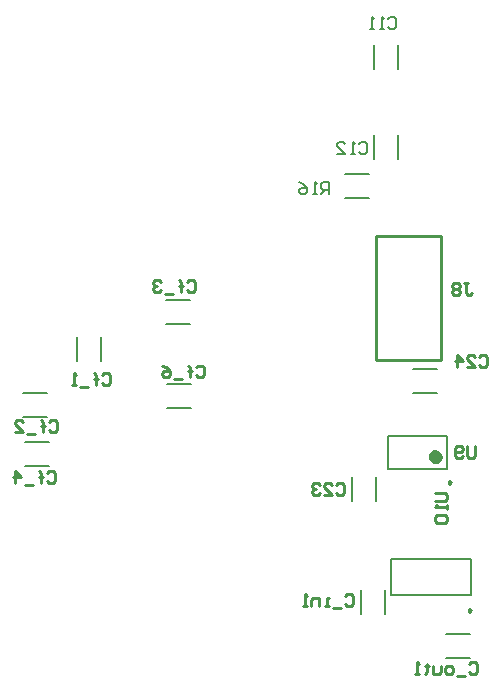
<source format=gbo>
%FSLAX25Y25*%
%MOIN*%
G70*
G01*
G75*
G04 Layer_Color=32896*
%ADD10O,0.02756X0.09843*%
%ADD11R,0.05118X0.05906*%
%ADD12R,0.05906X0.05118*%
%ADD13R,0.05118X0.06299*%
%ADD14R,0.05906X0.01063*%
%ADD15R,0.01063X0.05906*%
%ADD16O,0.05906X0.02362*%
%ADD17O,0.02362X0.05906*%
%ADD18C,0.04000*%
%ADD19C,0.01000*%
%ADD20C,0.02000*%
%ADD21C,0.03000*%
%ADD22C,0.06299*%
%ADD23R,0.07000X0.07000*%
%ADD24C,0.07000*%
%ADD25C,0.07087*%
%ADD26R,0.07087X0.07087*%
%ADD27C,0.08661*%
%ADD28C,0.02400*%
%ADD29R,0.12598X0.08268*%
%ADD30R,0.03543X0.08268*%
%ADD31C,0.01500*%
%ADD32C,0.00984*%
%ADD33C,0.02362*%
%ADD34C,0.00787*%
%ADD35C,0.00500*%
%ADD36C,0.00055*%
%ADD37C,0.00073*%
%ADD38C,0.00614*%
%ADD39C,0.00400*%
%ADD40O,0.03556X0.10642*%
%ADD41R,0.05918X0.06706*%
%ADD42R,0.06706X0.05918*%
%ADD43R,0.05918X0.07099*%
%ADD44R,0.06706X0.01863*%
%ADD45R,0.01863X0.06706*%
%ADD46O,0.06706X0.03162*%
%ADD47O,0.03162X0.06706*%
%ADD48C,0.07099*%
%ADD49R,0.07800X0.07800*%
%ADD50C,0.07800*%
%ADD51C,0.07887*%
%ADD52R,0.07887X0.07887*%
%ADD53C,0.09461*%
%ADD54C,0.03200*%
%ADD55R,0.13398X0.09068*%
%ADD56R,0.04343X0.09068*%
D19*
X154331Y108268D02*
X158268D01*
Y149606D01*
X136614D02*
X158268D01*
X136614Y108268D02*
Y149606D01*
Y108268D02*
X154331D01*
X165838Y134018D02*
X167171D01*
X166505D01*
Y130686D01*
X167171Y130020D01*
X167838D01*
X168504Y130686D01*
X164505Y133352D02*
X163839Y134018D01*
X162506D01*
X161839Y133352D01*
Y132685D01*
X162506Y132019D01*
X161839Y131353D01*
Y130686D01*
X162506Y130020D01*
X163839D01*
X164505Y130686D01*
Y131353D01*
X163839Y132019D01*
X164505Y132685D01*
Y133352D01*
X163839Y132019D02*
X162506D01*
X169685Y79589D02*
Y76257D01*
X169019Y75590D01*
X167686D01*
X167019Y76257D01*
Y79589D01*
X165686Y76257D02*
X165020Y75590D01*
X163687D01*
X163021Y76257D01*
Y78923D01*
X163687Y79589D01*
X165020D01*
X165686Y78923D01*
Y78256D01*
X165020Y77590D01*
X163021D01*
X76566Y105793D02*
X77233Y106459D01*
X78566D01*
X79232Y105793D01*
Y103127D01*
X78566Y102461D01*
X77233D01*
X76566Y103127D01*
X74567Y102461D02*
Y105793D01*
Y104460D01*
X75234D01*
X73901D01*
X74567D01*
Y105793D01*
X73901Y106459D01*
X71901Y101794D02*
X69235D01*
X65237Y106459D02*
X66570Y105793D01*
X67903Y104460D01*
Y103127D01*
X67236Y102461D01*
X65903D01*
X65237Y103127D01*
Y103794D01*
X65903Y104460D01*
X67903D01*
X27059Y70655D02*
X27725Y71322D01*
X29058D01*
X29724Y70655D01*
Y67989D01*
X29058Y67323D01*
X27725D01*
X27059Y67989D01*
X25059Y67323D02*
Y70655D01*
Y69322D01*
X25726D01*
X24393D01*
X25059D01*
Y70655D01*
X24393Y71322D01*
X22393Y66656D02*
X19728D01*
X16395Y67323D02*
Y71322D01*
X18395Y69322D01*
X15729D01*
X73515Y134238D02*
X74182Y134904D01*
X75515D01*
X76181Y134238D01*
Y131572D01*
X75515Y130905D01*
X74182D01*
X73515Y131572D01*
X71516Y130905D02*
Y134238D01*
Y132905D01*
X72182D01*
X70850D01*
X71516D01*
Y134238D01*
X70850Y134904D01*
X68850Y130239D02*
X66184D01*
X64851Y134238D02*
X64185Y134904D01*
X62852D01*
X62186Y134238D01*
Y133571D01*
X62852Y132905D01*
X63519D01*
X62852D01*
X62186Y132238D01*
Y131572D01*
X62852Y130905D01*
X64185D01*
X64851Y131572D01*
X27452Y87584D02*
X28119Y88251D01*
X29452D01*
X30118Y87584D01*
Y84918D01*
X29452Y84252D01*
X28119D01*
X27452Y84918D01*
X25453Y84252D02*
Y87584D01*
Y86251D01*
X26119D01*
X24787D01*
X25453D01*
Y87584D01*
X24787Y88251D01*
X22787Y83586D02*
X20121D01*
X16123Y84252D02*
X18788D01*
X16123Y86918D01*
Y87584D01*
X16789Y88251D01*
X18122D01*
X18788Y87584D01*
X45169Y103332D02*
X45835Y103999D01*
X47168D01*
X47835Y103332D01*
Y100666D01*
X47168Y100000D01*
X45835D01*
X45169Y100666D01*
X43170Y100000D02*
Y103332D01*
Y101999D01*
X43836D01*
X42503D01*
X43170D01*
Y103332D01*
X42503Y103999D01*
X40504Y99334D02*
X37838D01*
X36505Y100000D02*
X35172D01*
X35838D01*
Y103999D01*
X36505Y103332D01*
X167511Y6974D02*
X168178Y7640D01*
X169511D01*
X170177Y6974D01*
Y4308D01*
X169511Y3642D01*
X168178D01*
X167511Y4308D01*
X166179Y2975D02*
X163513D01*
X161513Y3642D02*
X160180D01*
X159514Y4308D01*
Y5641D01*
X160180Y6307D01*
X161513D01*
X162180Y5641D01*
Y4308D01*
X161513Y3642D01*
X158181Y6307D02*
Y4308D01*
X157515Y3642D01*
X155515D01*
Y6307D01*
X153516Y6974D02*
Y6307D01*
X154182D01*
X152849D01*
X153516D01*
Y4308D01*
X152849Y3642D01*
X150850D02*
X149517D01*
X150184D01*
Y7640D01*
X150850Y6974D01*
X126370Y29513D02*
X127036Y30180D01*
X128369D01*
X129035Y29513D01*
Y26848D01*
X128369Y26181D01*
X127036D01*
X126370Y26848D01*
X125037Y25515D02*
X122371D01*
X121038Y26181D02*
X119705D01*
X120372D01*
Y28847D01*
X121038D01*
X117706Y26181D02*
Y28847D01*
X115706D01*
X115040Y28181D01*
Y26181D01*
X113707D02*
X112374D01*
X113041D01*
Y30180D01*
X113707Y29513D01*
X171055Y109435D02*
X171721Y110101D01*
X173054D01*
X173721Y109435D01*
Y106769D01*
X173054Y106102D01*
X171721D01*
X171055Y106769D01*
X167056Y106102D02*
X169722D01*
X167056Y108768D01*
Y109435D01*
X167722Y110101D01*
X169055D01*
X169722Y109435D01*
X163724Y106102D02*
Y110101D01*
X165723Y108102D01*
X163057D01*
X123319Y66718D02*
X123985Y67384D01*
X125318D01*
X125984Y66718D01*
Y64052D01*
X125318Y63386D01*
X123985D01*
X123319Y64052D01*
X119320Y63386D02*
X121985D01*
X119320Y66052D01*
Y66718D01*
X119986Y67384D01*
X121319D01*
X121985Y66718D01*
X117987D02*
X117320Y67384D01*
X115988D01*
X115321Y66718D01*
Y66052D01*
X115988Y65385D01*
X116654D01*
X115988D01*
X115321Y64719D01*
Y64052D01*
X115988Y63386D01*
X117320D01*
X117987Y64052D01*
X156139Y63976D02*
X159471D01*
X160138Y63310D01*
Y61977D01*
X159471Y61311D01*
X156139D01*
X160138Y59978D02*
Y58645D01*
Y59311D01*
X156139D01*
X156806Y59978D01*
Y56645D02*
X156139Y55979D01*
Y54646D01*
X156806Y53980D01*
X159471D01*
X160138Y54646D01*
Y55979D01*
X159471Y56645D01*
X156806D01*
D32*
X161732Y67520D02*
X160994Y67946D01*
Y67093D01*
X161732Y67520D01*
X168405Y24803D02*
X167667Y25229D01*
Y24377D01*
X168405Y24803D01*
D33*
X157480Y75984D02*
X157036Y76908D01*
X156036Y77136D01*
X155235Y76497D01*
Y75472D01*
X156036Y74833D01*
X157036Y75061D01*
X157480Y75984D01*
D34*
X140551Y72047D02*
X160236D01*
X140551Y83071D02*
X160236D01*
Y72047D02*
Y83071D01*
X140551Y72047D02*
Y83071D01*
X141732Y30118D02*
Y41929D01*
X168110Y30118D02*
Y41929D01*
X141732D02*
X168110D01*
X141732Y30118D02*
X168110D01*
X120965Y163790D02*
Y167788D01*
X118965D01*
X118299Y167122D01*
Y165789D01*
X118965Y165122D01*
X120965D01*
X119632D02*
X118299Y163790D01*
X116966D02*
X115633D01*
X116299D01*
Y167788D01*
X116966Y167122D01*
X110968Y167788D02*
X112301Y167122D01*
X113634Y165789D01*
Y164456D01*
X112967Y163790D01*
X111634D01*
X110968Y164456D01*
Y165122D01*
X111634Y165789D01*
X113634D01*
X130799Y180202D02*
X131465Y180869D01*
X132798D01*
X133465Y180202D01*
Y177536D01*
X132798Y176870D01*
X131465D01*
X130799Y177536D01*
X129466Y176870D02*
X128133D01*
X128799D01*
Y180869D01*
X129466Y180202D01*
X123468Y176870D02*
X126134D01*
X123468Y179536D01*
Y180202D01*
X124134Y180869D01*
X125467D01*
X126134Y180202D01*
X140444Y221935D02*
X141111Y222601D01*
X142444D01*
X143110Y221935D01*
Y219269D01*
X142444Y218602D01*
X141111D01*
X140444Y219269D01*
X139111Y218602D02*
X137779D01*
X138445D01*
Y222601D01*
X139111Y221935D01*
X135779Y218602D02*
X134446D01*
X135113D01*
Y222601D01*
X135779Y221935D01*
D35*
X135862Y205350D02*
Y213350D01*
X143862Y205350D02*
Y213350D01*
X143764Y175134D02*
Y183134D01*
X135764Y175134D02*
Y183134D01*
X128677Y61354D02*
Y69354D01*
X136677Y61354D02*
Y69354D01*
X149051Y97378D02*
X157051D01*
X149051Y105378D02*
X157051D01*
X131433Y23559D02*
Y31559D01*
X139433Y23559D02*
Y31559D01*
X159780Y8992D02*
X167780D01*
X159780Y16992D02*
X167780D01*
X37043Y108106D02*
Y116106D01*
X45043Y108106D02*
Y116106D01*
X18933Y89209D02*
X26933D01*
X18933Y97209D02*
X26933D01*
X66571Y128311D02*
X74571D01*
X66571Y120311D02*
X74571D01*
X19721Y73067D02*
X27720D01*
X19721Y81067D02*
X27720D01*
X66866Y92457D02*
X74866D01*
X66866Y100457D02*
X74866D01*
X126315Y170339D02*
X134315D01*
X126315Y162339D02*
X134315D01*
M02*

</source>
